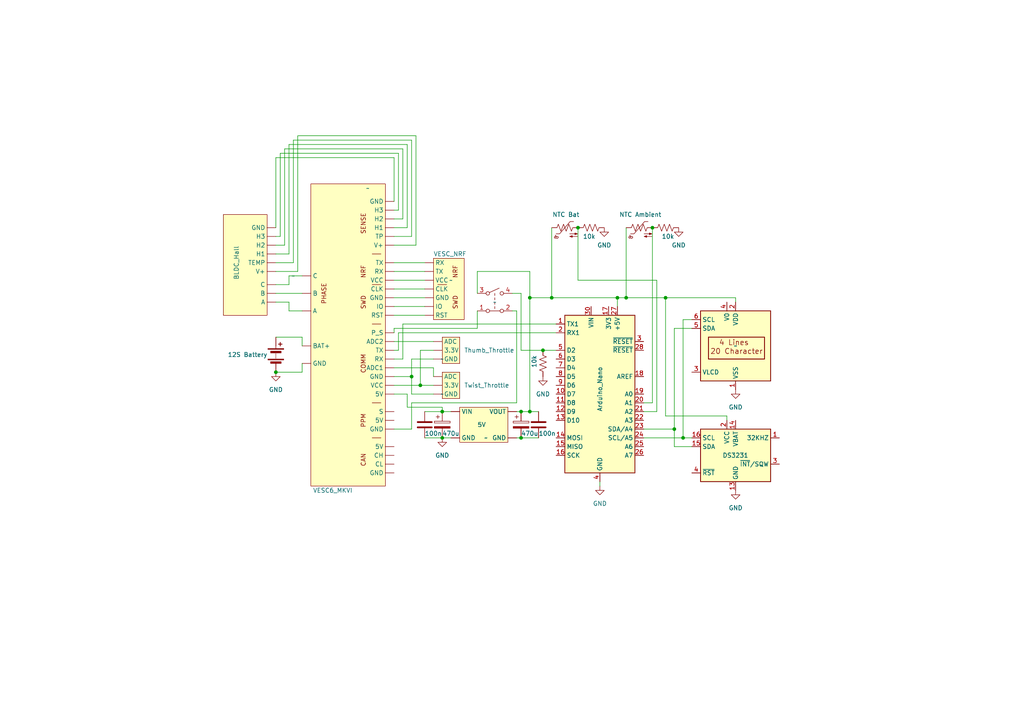
<source format=kicad_sch>
(kicad_sch (version 20230121) (generator eeschema)
  (paper "A4")
  (title_block (title "VESC Ebike Circuit") (date "2023-12-23") (rev "2.1") (comment 1 "Beta"))
  (lib_symbols
    (symbol "Device:Battery" (pin_numbers hide) (pin_names (offset 0) hide)
      (property "Reference" "BT" (at 2.54 2.54 0))
      (property "Value" "Battery" (at 2.54 0 0))
      (symbol "Battery_0_1"
        (rectangle (start -2.286 -1.27) (end 2.286 -1.524) (fill (type outline)))
        (rectangle (start -2.286 1.778) (end 2.286 1.524) (fill (type outline)))
        (rectangle (start -1.524 -2.032) (end 1.524 -2.54) (fill (type outline)))
        (rectangle (start -1.524 1.016) (end 1.524 0.508) (fill (type outline)))
        (polyline (pts (xy 0 -1.016) (xy 0 -0.762)))
        (polyline (pts (xy 0 -0.508) (xy 0 -0.254)))
        (polyline (pts (xy 0 0) (xy 0 0.254)))
        (polyline (pts (xy 0 1.778) (xy 0 2.54)))
        (polyline (pts (xy 0.762 3.048) (xy 1.778 3.048)) (stroke (width 0.254)))
        (polyline (pts (xy 1.27 3.556) (xy 1.27 2.54)) (stroke (width 0.254)))
      )
      (symbol "Battery_1_1"
        (pin passive line (at 0 5.08 270) (length 2.54) (name "+") (number "1"))
        (pin passive line (at 0 -5.08 90) (length 2.54) (name "-") (number "2"))
      )
    )
    (symbol "Device:C" (pin_numbers hide) (pin_names (offset 0.254))
      (property "Reference" "C" (at 0.635 2.54 0))
      (property "Value" "C" (at 0.635 -2.54 0))
      (symbol "C_0_1"
        (polyline (pts (xy -2.032 -0.762) (xy 2.032 -0.762)) (stroke (width 0.508)))
        (polyline (pts (xy -2.032 0.762) (xy 2.032 0.762)) (stroke (width 0.508)))
      )
      (symbol "C_1_1"
        (pin passive line (at 0 3.81 270) (length 2.794) (name "~") (number "1"))
        (pin passive line (at 0 -3.81 90) (length 2.794) (name "~") (number "2"))
      )
    )
    (symbol "Device:C_Polarized" (pin_numbers hide) (pin_names (offset 0.254))
      (property "Reference" "C" (at 0.635 2.54 0))
      (property "Value" "C_Polarized" (at 0.635 -2.54 0))
      (symbol "C_Polarized_0_1"
        (rectangle (start -2.286 0.508) (end 2.286 1.016))
        (polyline (pts (xy -1.778 2.286) (xy -0.762 2.286)))
        (polyline (pts (xy -1.27 2.794) (xy -1.27 1.778)))
        (rectangle (start 2.286 -0.508) (end -2.286 -1.016) (fill (type outline)))
      )
      (symbol "C_Polarized_1_1"
        (pin passive line (at 0 3.81 270) (length 2.794) (name "~") (number "1"))
        (pin passive line (at 0 -3.81 90) (length 2.794) (name "~") (number "2"))
      )
    )
    (symbol "Device:R_US" (pin_numbers hide) (pin_names (offset 0))
      (property "Reference" "R" (at 2.54 0 90))
      (property "Value" "R_US" (at -2.54 0 90))
      (symbol "R_US_0_1"
        (polyline (pts (xy 0 -2.286) (xy 0 -2.54)))
        (polyline (pts (xy 0 2.286) (xy 0 2.54)))
        (polyline (pts (xy 0 -0.762) (xy 1.016 -1.143) (xy 0 -1.524) (xy -1.016 -1.905) (xy 0 -2.286)))
        (polyline (pts (xy 0 0.762) (xy 1.016 0.381) (xy 0 0) (xy -1.016 -0.381) (xy 0 -0.762)))
        (polyline (pts (xy 0 2.286) (xy 1.016 1.905) (xy 0 1.524) (xy -1.016 1.143) (xy 0 0.762)))
      )
      (symbol "R_US_1_1"
        (pin passive line (at 0 3.81 270) (length 1.27) (name "~") (number "1"))
        (pin passive line (at 0 -3.81 90) (length 1.27) (name "~") (number "2"))
      )
    )
    (symbol "Device:Thermistor_NTC_US" (pin_numbers hide) (pin_names (offset 0))
      (property "Reference" "TH" (at -4.445 0 90))
      (property "Value" "Thermistor_NTC_US" (at 3.175 0 90))
      (symbol "Thermistor_NTC_US_0_1"
        (arc (start -3.048 2.159) (mid -3.0495 2.3143) (end -3.175 2.413))
        (arc (start -3.048 2.159) (mid -2.9736 1.9794) (end -2.794 1.905))
        (arc (start -3.048 2.794) (mid -2.9736 2.6144) (end -2.794 2.54))
        (arc (start -2.794 1.905) (mid -2.6144 1.9794) (end -2.54 2.159))
        (arc (start -2.794 2.54) (mid -2.4393 2.5587) (end -2.159 2.794))
        (arc (start -2.794 3.048) (mid -2.9736 2.9736) (end -3.048 2.794))
        (arc (start -2.54 2.794) (mid -2.6144 2.9736) (end -2.794 3.048))
        (polyline (pts (xy -2.54 2.159) (xy -2.54 2.794)))
        (polyline (pts (xy 0 -2.286) (xy 0 -2.54)))
        (polyline (pts (xy 0 2.286) (xy 0 2.54)))
        (polyline (pts (xy -1.778 2.54) (xy -1.778 1.524) (xy 1.778 -1.524) (xy 1.778 -2.54)))
        (polyline (pts (xy 0 -0.762) (xy 1.016 -1.143) (xy 0 -1.524) (xy -1.016 -1.905) (xy 0 -2.286)))
        (polyline (pts (xy 0 0.762) (xy 1.016 0.381) (xy 0 0) (xy -1.016 -0.381) (xy 0 -0.762)))
        (polyline (pts (xy 0 2.286) (xy 1.016 1.905) (xy 0 1.524) (xy -1.016 1.143) (xy 0 0.762)))
        (polyline (pts (xy -2.54 -3.683) (xy -2.54 -1.397) (xy -2.794 -2.159) (xy -2.286 -2.159) (xy -2.54 -1.397) (xy -2.54 -1.651)) (fill (type outline)))
        (polyline (pts (xy -1.778 -1.397) (xy -1.778 -3.683) (xy -2.032 -2.921) (xy -1.524 -2.921) (xy -1.778 -3.683) (xy -1.778 -3.429)) (fill (type outline)))
      )
      (symbol "Thermistor_NTC_US_1_1"
        (pin passive line (at 0 3.81 270) (length 1.27) (name "~") (number "1"))
        (pin passive line (at 0 -3.81 90) (length 1.27) (name "~") (number "2"))
      )
    )
    (symbol "MCU_Module:Arduino_Nano_Every"
      (property "Reference" "A" (at -10.16 23.495 0))
      (property "Value" "Arduino_Nano_Every" (at 5.08 -24.13 0))
      (symbol "Arduino_Nano_Every_0_1"
        (rectangle (start -10.16 22.86) (end 10.16 -22.86) (stroke (width 0.254)) (fill (type background)))
      )
      (symbol "Arduino_Nano_Every_1_1"
        (pin bidirectional line (at -12.7 20.32 0) (length 2.54) (name "TX1") (number "1"))
        (pin bidirectional line (at -12.7 0 0) (length 2.54) (name "D7") (number "10"))
        (pin bidirectional line (at -12.7 -2.54 0) (length 2.54) (name "D8") (number "11"))
        (pin bidirectional line (at -12.7 -5.08 0) (length 2.54) (name "D9") (number "12"))
        (pin bidirectional line (at -12.7 -7.62 0) (length 2.54) (name "D10") (number "13"))
        (pin bidirectional line (at -12.7 -12.7 0) (length 2.54) (name "MOSI") (number "14"))
        (pin bidirectional line (at -12.7 -15.24 0) (length 2.54) (name "MISO") (number "15"))
        (pin bidirectional line (at -12.7 -17.78 0) (length 2.54) (name "SCK") (number "16"))
        (pin power_out line (at 2.54 25.4 270) (length 2.54) (name "3V3") (number "17"))
        (pin input line (at 12.7 5.08 180) (length 2.54) (name "AREF") (number "18"))
        (pin bidirectional line (at 12.7 0 180) (length 2.54) (name "A0") (number "19"))
        (pin bidirectional line (at -12.7 17.78 0) (length 2.54) (name "RX1") (number "2"))
        (pin bidirectional line (at 12.7 -2.54 180) (length 2.54) (name "A1") (number "20"))
        (pin bidirectional line (at 12.7 -5.08 180) (length 2.54) (name "A2") (number "21"))
        (pin bidirectional line (at 12.7 -7.62 180) (length 2.54) (name "A3") (number "22"))
        (pin bidirectional line (at 12.7 -10.16 180) (length 2.54) (name "SDA/A4") (number "23"))
        (pin bidirectional line (at 12.7 -12.7 180) (length 2.54) (name "SCL/A5") (number "24"))
        (pin bidirectional line (at 12.7 -15.24 180) (length 2.54) (name "A6") (number "25"))
        (pin bidirectional line (at 12.7 -17.78 180) (length 2.54) (name "A7") (number "26"))
        (pin power_out line (at 5.08 25.4 270) (length 2.54) (name "+5V") (number "27"))
        (pin input line (at 12.7 12.7 180) (length 2.54) (name "~{RESET}") (number "28"))
        (pin passive line (at 0 -25.4 90) (length 2.54) hide (name "GND") (number "29"))
        (pin input line (at 12.7 15.24 180) (length 2.54) (name "~{RESET}") (number "3"))
        (pin power_in line (at -2.54 25.4 270) (length 2.54) (name "VIN") (number "30"))
        (pin power_in line (at 0 -25.4 90) (length 2.54) (name "GND") (number "4"))
        (pin bidirectional line (at -12.7 12.7 0) (length 2.54) (name "D2") (number "5"))
        (pin bidirectional line (at -12.7 10.16 0) (length 2.54) (name "D3") (number "6"))
        (pin bidirectional line (at -12.7 7.62 0) (length 2.54) (name "D4") (number "7"))
        (pin bidirectional line (at -12.7 5.08 0) (length 2.54) (name "D5") (number "8"))
        (pin bidirectional line (at -12.7 2.54 0) (length 2.54) (name "D6") (number "9"))
      )
    )
    (symbol "MyLibrary:ADC_Throttle"
      (property "Reference" "ADC_Throttle" (at 6.35 5.08 0))
      (symbol "ADC_Throttle_1_1"
        (polyline (pts (xy 0 -3.81) (xy 0 3.81) (xy 5.08 3.81) (xy 5.08 -3.81) (xy 0 -3.81)) (fill (type background)))
        (pin output line (at -2.54 0 0) (length 2.54) (name "3.3V") (number ""))
        (pin output line (at -2.54 2.54 0) (length 2.54) (name "ADC") (number ""))
        (pin output line (at -2.54 -2.54 0) (length 2.54) (name "GND") (number ""))
      )
    )
    (symbol "MyLibrary:BLDC_Hall"
      (property "Reference" "BLDC_Hall" (at -5.08 0 90))
      (symbol "BLDC_Hall_1_1"
        (polyline (pts (xy 3.81 -15.24) (xy 3.81 13.97) (xy -8.89 13.97) (xy -8.89 -15.24) (xy 3.81 -15.24)) (fill (type background)))
        (pin input line (at 6.35 -11.43 180) (length 2.54) (name "A") (number ""))
        (pin input line (at 6.35 -8.89 180) (length 2.54) (name "B") (number ""))
        (pin input line (at 6.35 -6.35 180) (length 2.54) (name "C") (number ""))
        (pin output line (at 6.35 10.16 180) (length 2.54) (name "GND") (number ""))
        (pin input line (at 6.35 2.54 180) (length 2.54) (name "H1") (number ""))
        (pin input line (at 6.35 5.08 180) (length 2.54) (name "H2") (number ""))
        (pin input line (at 6.35 7.62 180) (length 2.54) (name "H3") (number ""))
        (pin input line (at 6.35 0 180) (length 2.54) (name "TEMP") (number ""))
        (pin output line (at 6.35 -2.54 180) (length 2.54) (name "V+") (number ""))
      )
    )
    (symbol "MyLibrary:Buck_Boost"
      (property "Reference" "DC_DC" (at 0 0 0))
      (symbol "Buck_Boost_1_1"
        (polyline (pts (xy 7.62 -5.08) (xy 7.62 5.08) (xy -6.35 5.08) (xy -6.35 -5.08) (xy 7.62 -5.08)) (fill (type background)))
        (pin input line (at -8.89 -3.81 0) (length 2.54) (name "GND") (number ""))
        (pin input line (at 10.16 -3.81 180) (length 2.54) (name "GND") (number ""))
        (pin input line (at -8.89 3.81 0) (length 2.54) (name "VIN") (number ""))
        (pin input line (at 10.16 3.81 180) (length 2.54) (name "VOUT") (number ""))
      )
    )
    (symbol "MyLibrary:I2C_4x20"
      (symbol "I2C_4x20_0_0"
        (rectangle (start -7.874 2.54) (end 8.382 -3.81) (stroke (width 0.254)))
      )
      (symbol "I2C_4x20_0_1"
        (rectangle (start -10.16 10.16) (end 10.16 -10.16) (stroke (width 0.254)) (fill (type background)))
      )
      (symbol "I2C_4x20_1_0"
        (text "20 Character" (at -7.366 -1.524 0) (effects (font (size 1.524 1.524)) (justify left)))
        (text "4 Lines" (at -4.826 1.016 0) (effects (font (size 1.524 1.524)) (justify left)))
      )
      (symbol "I2C_4x20_1_1"
        (pin power_in line (at 0 -12.7 90) (length 2.54) (name "VSS") (number "1"))
        (pin power_in line (at 0 12.7 270) (length 2.54) (name "VDD") (number "2"))
        (pin input line (at -12.7 -7.62 0) (length 2.54) (name "VLCD") (number "3"))
        (pin power_in line (at -2.54 12.7 270) (length 2.54) (name "V0") (number "4"))
        (pin bidirectional line (at -12.7 5.08 0) (length 2.54) (name "SDA") (number "5"))
        (pin input line (at -12.7 7.62 0) (length 2.54) (name "SCL") (number "6"))
      )
    )
    (symbol "MyLibrary:Switch_NC_NO"
      (symbol "Switch_NC_NO_0_0"
        (circle (center -2.032 -2.54) (radius 0.508))
        (circle (center -2.032 2.54) (radius 0.508))
        (polyline (pts (xy -1.524 2.794) (xy 1.27 4.064)))
        (polyline (pts (xy 0 -1.905) (xy 0 -1.27)))
        (polyline (pts (xy 0 -0.635) (xy 0 0)))
        (polyline (pts (xy 0 0.635) (xy 0 1.27)))
        (polyline (pts (xy 0 1.905) (xy 0 2.54)))
        (circle (center 2.032 -2.54) (radius 0.508))
        (circle (center 2.032 2.54) (radius 0.508))
      )
      (symbol "Switch_NC_NO_0_1"
        (polyline (pts (xy -1.4732 -2.54) (xy 1.4732 -2.54)))
      )
      (symbol "Switch_NC_NO_1_1"
        (pin passive line (at -5.08 -2.54 0) (length 2.54) (name "") (number "1"))
        (pin passive line (at 5.08 -2.54 180) (length 2.54) (name "") (number "2"))
        (pin passive line (at -5.08 2.54 0) (length 2.54) (name "") (number "3"))
        (pin passive line (at 5.08 2.54 180) (length 2.54) (name "") (number "4"))
      )
    )
    (symbol "MyLibrary:VESC6_HP_MKVI"
      (property "Reference" "VESC6_MKVI" (at 0 44.45 0))
      (symbol "VESC6_HP_MKVI_0_1"
        (polyline (pts (xy 6.35 -31.75) (xy 8.89 -31.75)))
        (polyline (pts (xy 6.35 -21.59) (xy 8.89 -21.59)))
        (polyline (pts (xy 6.35 1.27) (xy 8.89 1.27)))
        (polyline (pts (xy 6.35 12.7) (xy 8.89 12.7)))
        (polyline (pts (xy 6.35 21.59) (xy 8.89 21.59)))
      )
      (symbol "VESC6_HP_MKVI_1_1"
        (polyline (pts (xy 10.16 -45.72) (xy 10.16 41.91) (xy -11.43 41.91) (xy -11.43 -45.72) (xy 10.16 -45.72)) (fill (type background)))
        (text "CAN" (at 3.81 -38.1 900) (effects (font (size 1.27 1.27))))
        (text "COMM" (at 3.81 -10.16 900) (effects (font (size 1.27 1.27))))
        (text "NRF" (at 3.81 16.51 900) (effects (font (size 1.27 1.27))))
        (text "PHASE\n" (at -7.62 10.16 900) (effects (font (size 1.27 1.27))))
        (text "PPM" (at 3.81 -26.67 900) (effects (font (size 1.27 1.27))))
        (text "SENSE" (at 3.81 30.48 900) (effects (font (size 1.27 1.27))))
        (text "SWD" (at 3.81 7.62 900) (effects (font (size 1.27 1.27))))
        (pin output line (at 12.7 -34.29 180) (length 2.54) (name "5V") (number ""))
        (pin output line (at 12.7 -26.67 180) (length 2.54) (name "5V") (number ""))
        (pin output line (at 12.7 -19.05 180) (length 2.54) (name "5V") (number ""))
        (pin output line (at -13.97 5.08 0) (length 2.54) (name "A") (number ""))
        (pin input line (at 12.7 -11.43 180) (length 2.54) (name "ADC1") (number ""))
        (pin input line (at 12.7 -3.81 180) (length 2.54) (name "ADC2") (number ""))
        (pin output line (at -13.97 10.16 0) (length 2.54) (name "B") (number ""))
        (pin input line (at -13.97 -5.08 0) (length 2.54) (name "BAT+") (number ""))
        (pin output line (at -13.97 15.24 0) (length 2.54) (name "C") (number ""))
        (pin output line (at 12.7 -36.83 180) (length 2.54) (name "CH") (number ""))
        (pin output line (at 12.7 -39.37 180) (length 2.54) (name "CL") (number ""))
        (pin input line (at 12.7 11.43 180) (length 2.54) (name "CLK") (number ""))
        (pin input line (at -13.97 -10.16 0) (length 2.54) (name "GND") (number ""))
        (pin output line (at 12.7 -41.91 180) (length 2.54) (name "GND") (number ""))
        (pin output line (at 12.7 -29.21 180) (length 2.54) (name "GND") (number ""))
        (pin output line (at 12.7 -13.97 180) (length 2.54) (name "GND") (number ""))
        (pin input line (at 12.7 8.89 180) (length 2.54) (name "GND") (number ""))
        (pin output line (at 12.7 36.83 180) (length 2.54) (name "GND") (number ""))
        (pin input line (at 12.7 29.21 180) (length 2.54) (name "H1") (number ""))
        (pin input line (at 12.7 31.75 180) (length 2.54) (name "H2") (number ""))
        (pin input line (at 12.7 34.29 180) (length 2.54) (name "H3") (number ""))
        (pin input line (at 12.7 6.35 180) (length 2.54) (name "IO") (number ""))
        (pin input line (at 12.7 -1.27 180) (length 2.54) (name "P_S") (number ""))
        (pin output line (at 12.7 3.81 180) (length 2.54) (name "RST") (number ""))
        (pin input line (at 12.7 -8.89 180) (length 2.54) (name "RX") (number ""))
        (pin input line (at 12.7 16.51 180) (length 2.54) (name "RX") (number ""))
        (pin output line (at 12.7 -24.13 180) (length 2.54) (name "S") (number ""))
        (pin input line (at 12.7 26.67 180) (length 2.54) (name "TP") (number ""))
        (pin output line (at 12.7 -6.35 180) (length 2.54) (name "TX") (number ""))
        (pin output line (at 12.7 19.05 180) (length 2.54) (name "TX") (number ""))
        (pin output line (at 12.7 24.13 180) (length 2.54) (name "V+") (number ""))
        (pin output line (at 12.7 -16.51 180) (length 2.54) (name "VCC") (number ""))
        (pin input line (at 12.7 13.97 180) (length 2.54) (name "VCC") (number ""))
      )
    )
    (symbol "MyLibrary:VESC_NRF"
      (property "Reference" "VESC_NRF" (at 1.27 -12.7 0))
      (symbol "VESC_NRF_0_1"
        (polyline (pts (xy 0 0) (xy -2.54 0)))
      )
      (symbol "VESC_NRF_1_1"
        (polyline (pts (xy -3.81 7.62) (xy -3.81 -10.16) (xy 5.08 -10.16) (xy 5.08 7.62) (xy -3.81 7.62)) (fill (type background)))
        (text "NRF" (at 2.54 3.81 900) (effects (font (size 1.27 1.27))))
        (text "SWD" (at 2.54 -5.08 900) (effects (font (size 1.27 1.27))))
        (pin input line (at -6.35 -1.27 0) (length 2.54) (name "CLK") (number ""))
        (pin input line (at -6.35 -3.81 0) (length 2.54) (name "GND") (number ""))
        (pin input line (at -6.35 -6.35 0) (length 2.54) (name "IO") (number ""))
        (pin output line (at -6.35 -8.89 0) (length 2.54) (name "RST") (number ""))
        (pin input line (at -6.35 6.35 0) (length 2.54) (name "RX") (number ""))
        (pin output line (at -6.35 3.81 0) (length 2.54) (name "TX") (number ""))
        (pin input line (at -6.35 1.27 0) (length 2.54) (name "VCC") (number ""))
      )
    )
    (symbol "Timer_RTC:DS3231M"
      (property "Reference" "U" (at -7.62 8.89 0))
      (property "Value" "DS3231M" (at 10.16 8.89 0))
      (symbol "DS3231M_0_1"
        (rectangle (start -10.16 7.62) (end 10.16 -7.62) (stroke (width 0.254)) (fill (type background)))
      )
      (symbol "DS3231M_1_1"
        (pin open_collector line (at 12.7 5.08 180) (length 2.54) (name "32KHZ") (number "1"))
        (pin passive line (at 0 -10.16 90) (length 2.54) hide (name "GND") (number "10"))
        (pin passive line (at 0 -10.16 90) (length 2.54) hide (name "GND") (number "11"))
        (pin passive line (at 0 -10.16 90) (length 2.54) hide (name "GND") (number "12"))
        (pin power_in line (at 0 -10.16 90) (length 2.54) (name "GND") (number "13"))
        (pin power_in line (at 0 10.16 270) (length 2.54) (name "VBAT") (number "14"))
        (pin bidirectional line (at -12.7 2.54 0) (length 2.54) (name "SDA") (number "15"))
        (pin input line (at -12.7 5.08 0) (length 2.54) (name "SCL") (number "16"))
        (pin power_in line (at -2.54 10.16 270) (length 2.54) (name "VCC") (number "2"))
        (pin open_collector line (at 12.7 -2.54 180) (length 2.54) (name "~{INT}/SQW") (number "3"))
        (pin bidirectional line (at -12.7 -5.08 0) (length 2.54) (name "~{RST}") (number "4"))
        (pin passive line (at 0 -10.16 90) (length 2.54) hide (name "GND") (number "5"))
        (pin passive line (at 0 -10.16 90) (length 2.54) hide (name "GND") (number "6"))
        (pin passive line (at 0 -10.16 90) (length 2.54) hide (name "GND") (number "7"))
        (pin passive line (at 0 -10.16 90) (length 2.54) hide (name "GND") (number "8"))
        (pin passive line (at 0 -10.16 90) (length 2.54) hide (name "GND") (number "9"))
      )
    )
    (symbol "power:GND" (power) (pin_names (offset 0))
      (property "Value" "GND" (at 0 -3.81 0))
      (symbol "GND_0_1"
        (polyline (pts (xy 0 0) (xy 0 -1.27) (xy 1.27 -1.27) (xy 0 -2.54) (xy -1.27 -1.27) (xy 0 -1.27)))
      )
      (symbol "GND_1_1"
        (pin power_in line (at 0 0 270) (length 0) hide (name "GND") (number "1"))
      )
    )
  )
  (junction (at 193.04 86.36))
  (junction (at 153.67 119.38))
  (junction (at 151.13 119.38))
  (junction (at 167.64 66.04))
  (junction (at 153.67 86.36))
  (junction (at 198.12 127))
  (junction (at 157.48 101.6))
  (junction (at 128.27 127))
  (junction (at 151.13 127))
  (junction (at 189.23 66.04))
  (junction (at 181.61 86.36))
  (junction (at 179.07 86.36))
  (junction (at 195.58 124.46))
  (junction (at 128.27 119.38))
  (junction (at 80.01 107.95))
  (junction (at 119.38 109.22))
  (junction (at 160.02 86.36))
  (junction (at 121.92 111.76))
  (wire (pts (xy 80.01 71.12) (xy 82.55 71.12)))
  (wire (pts (xy 114.3 78.74) (xy 123.19 78.74)))
  (wire (pts (xy 181.61 86.36) (xy 193.04 86.36)))
  (wire (pts (xy 186.69 124.46) (xy 195.58 124.46)))
  (wire (pts (xy 167.64 81.28) (xy 190.5 81.28)))
  (wire (pts (xy 114.3 86.36) (xy 123.19 86.36)))
  (wire (pts (xy 83.82 73.66) (xy 83.82 41.91)))
  (wire (pts (xy 179.07 86.36) (xy 179.07 88.9)))
  (wire (pts (xy 181.61 86.36) (xy 179.07 86.36)))
  (wire (pts (xy 195.58 124.46) (xy 195.58 95.25)))
  (wire (pts (xy 119.38 109.22) (xy 119.38 104.14)))
  (wire (pts (xy 116.84 93.98) (xy 116.84 104.14)))
  (wire (pts (xy 85.09 40.64) (xy 119.38 40.64)))
  (wire (pts (xy 114.3 109.22) (xy 119.38 109.22)))
  (wire (pts (xy 181.61 66.04) (xy 181.61 86.36)))
  (wire (pts (xy 193.04 86.36) (xy 213.36 86.36)))
  (wire (pts (xy 87.63 97.79) (xy 80.01 97.79)))
  (wire (pts (xy 115.57 60.96) (xy 114.3 60.96)))
  (wire (pts (xy 118.11 66.04) (xy 114.3 66.04)))
  (wire (pts (xy 86.36 78.74) (xy 86.36 39.37)))
  (wire (pts (xy 114.3 45.72) (xy 114.3 58.42)))
  (wire (pts (xy 114.3 76.2) (xy 123.19 76.2)))
  (wire (pts (xy 116.84 104.14) (xy 114.3 104.14)))
  (wire (pts (xy 81.28 68.58) (xy 81.28 44.45)))
  (wire (pts (xy 190.5 81.28) (xy 190.5 119.38)))
  (wire (pts (xy 116.84 63.5) (xy 114.3 63.5)))
  (wire (pts (xy 82.55 71.12) (xy 82.55 43.18)))
  (wire (pts (xy 160.02 86.36) (xy 179.07 86.36)))
  (wire (pts (xy 87.63 80.01) (xy 83.82 80.01)))
  (wire (pts (xy 119.38 116.84) (xy 149.86 116.84)))
  (wire (pts (xy 128.27 127) (xy 130.81 127)))
  (wire (pts (xy 115.57 101.6) (xy 114.3 101.6)))
  (wire (pts (xy 121.92 101.6) (xy 125.73 101.6)))
  (wire (pts (xy 153.67 78.74) (xy 138.43 78.74)))
  (wire (pts (xy 80.01 87.63) (xy 83.82 87.63)))
  (wire (pts (xy 114.3 91.44) (xy 123.19 91.44)))
  (wire (pts (xy 138.43 95.25) (xy 138.43 90.17)))
  (wire (pts (xy 173.99 139.7) (xy 173.99 140.97)))
  (wire (pts (xy 83.82 41.91) (xy 118.11 41.91)))
  (wire (pts (xy 189.23 66.04) (xy 189.23 116.84)))
  (wire (pts (xy 198.12 127) (xy 198.12 92.71)))
  (wire (pts (xy 80.01 66.04) (xy 80.01 45.72)))
  (wire (pts (xy 198.12 127) (xy 186.69 127)))
  (wire (pts (xy 149.86 119.38) (xy 151.13 119.38)))
  (wire (pts (xy 115.57 44.45) (xy 115.57 60.96)))
  (wire (pts (xy 114.3 96.52) (xy 114.3 95.25)))
  (wire (pts (xy 86.36 39.37) (xy 120.65 39.37)))
  (wire (pts (xy 87.63 107.95) (xy 87.63 105.41)))
  (wire (pts (xy 213.36 86.36) (xy 213.36 87.63)))
  (wire (pts (xy 195.58 95.25) (xy 200.66 95.25)))
  (wire (pts (xy 116.84 43.18) (xy 116.84 63.5)))
  (wire (pts (xy 115.57 96.52) (xy 161.29 96.52)))
  (wire (pts (xy 161.29 93.98) (xy 116.84 93.98)))
  (wire (pts (xy 195.58 129.54) (xy 195.58 124.46)))
  (wire (pts (xy 114.3 81.28) (xy 123.19 81.28)))
  (wire (pts (xy 138.43 78.74) (xy 138.43 85.09)))
  (wire (pts (xy 193.04 120.65) (xy 193.04 86.36)))
  (wire (pts (xy 80.01 76.2) (xy 85.09 76.2)))
  (wire (pts (xy 80.01 73.66) (xy 83.82 73.66)))
  (wire (pts (xy 123.19 127) (xy 128.27 127)))
  (wire (pts (xy 210.82 120.65) (xy 193.04 120.65)))
  (wire (pts (xy 148.59 85.09) (xy 151.13 85.09)))
  (wire (pts (xy 83.82 90.17) (xy 87.63 90.17)))
  (wire (pts (xy 119.38 104.14) (xy 125.73 104.14)))
  (wire (pts (xy 80.01 68.58) (xy 81.28 68.58)))
  (wire (pts (xy 114.3 111.76) (xy 121.92 111.76)))
  (wire (pts (xy 160.02 66.04) (xy 160.02 86.36)))
  (wire (pts (xy 167.64 81.28) (xy 167.64 66.04)))
  (wire (pts (xy 189.23 116.84) (xy 186.69 116.84)))
  (wire (pts (xy 80.01 78.74) (xy 86.36 78.74)))
  (wire (pts (xy 118.11 114.3) (xy 114.3 114.3)))
  (wire (pts (xy 151.13 119.38) (xy 153.67 119.38)))
  (wire (pts (xy 114.3 95.25) (xy 138.43 95.25)))
  (wire (pts (xy 151.13 101.6) (xy 157.48 101.6)))
  (wire (pts (xy 125.73 109.22) (xy 125.73 106.68)))
  (wire (pts (xy 119.38 40.64) (xy 119.38 68.58)))
  (wire (pts (xy 149.86 90.17) (xy 148.59 90.17)))
  (wire (pts (xy 210.82 121.92) (xy 210.82 120.65)))
  (wire (pts (xy 128.27 118.11) (xy 128.27 119.38)))
  (wire (pts (xy 125.73 114.3) (xy 119.38 114.3)))
  (wire (pts (xy 114.3 83.82) (xy 123.19 83.82)))
  (wire (pts (xy 114.3 99.06) (xy 125.73 99.06)))
  (wire (pts (xy 149.86 127) (xy 151.13 127)))
  (wire (pts (xy 200.66 129.54) (xy 195.58 129.54)))
  (wire (pts (xy 87.63 100.33) (xy 87.63 97.79)))
  (wire (pts (xy 80.01 85.09) (xy 87.63 85.09)))
  (wire (pts (xy 85.09 76.2) (xy 85.09 40.64)))
  (wire (pts (xy 151.13 127) (xy 156.21 127)))
  (wire (pts (xy 151.13 85.09) (xy 151.13 101.6)))
  (wire (pts (xy 153.67 86.36) (xy 153.67 78.74)))
  (wire (pts (xy 153.67 86.36) (xy 160.02 86.36)))
  (wire (pts (xy 119.38 68.58) (xy 114.3 68.58)))
  (wire (pts (xy 118.11 118.11) (xy 128.27 118.11)))
  (wire (pts (xy 149.86 116.84) (xy 149.86 90.17)))
  (wire (pts (xy 81.28 44.45) (xy 115.57 44.45)))
  (wire (pts (xy 153.67 119.38) (xy 156.21 119.38)))
  (wire (pts (xy 80.01 45.72) (xy 114.3 45.72)))
  (wire (pts (xy 83.82 82.55) (xy 80.01 82.55)))
  (wire (pts (xy 128.27 119.38) (xy 130.81 119.38)))
  (wire (pts (xy 125.73 106.68) (xy 114.3 106.68)))
  (wire (pts (xy 114.3 71.12) (xy 120.65 71.12)))
  (wire (pts (xy 121.92 111.76) (xy 121.92 101.6)))
  (wire (pts (xy 119.38 124.46) (xy 119.38 116.84)))
  (wire (pts (xy 153.67 86.36) (xy 153.67 119.38)))
  (wire (pts (xy 114.3 124.46) (xy 119.38 124.46)))
  (wire (pts (xy 119.38 114.3) (xy 119.38 109.22)))
  (wire (pts (xy 115.57 96.52) (xy 115.57 101.6)))
  (wire (pts (xy 82.55 43.18) (xy 116.84 43.18)))
  (wire (pts (xy 118.11 41.91) (xy 118.11 66.04)))
  (wire (pts (xy 121.92 111.76) (xy 125.73 111.76)))
  (wire (pts (xy 157.48 101.6) (xy 161.29 101.6)))
  (wire (pts (xy 83.82 87.63) (xy 83.82 90.17)))
  (wire (pts (xy 83.82 80.01) (xy 83.82 82.55)))
  (wire (pts (xy 114.3 88.9) (xy 123.19 88.9)))
  (wire (pts (xy 190.5 119.38) (xy 186.69 119.38)))
  (wire (pts (xy 118.11 114.3) (xy 118.11 118.11)))
  (wire (pts (xy 120.65 39.37) (xy 120.65 71.12)))
  (wire (pts (xy 123.19 119.38) (xy 128.27 119.38)))
  (wire (pts (xy 80.01 107.95) (xy 87.63 107.95)))
  (wire (pts (xy 198.12 92.71) (xy 200.66 92.71)))
  (wire (pts (xy 198.12 127) (xy 200.66 127)))
  (symbol (lib_id "Timer_RTC:DS3231M") (at 213.36 132.08 0) (unit 1)
    (property "Reference" "U1" (effects hide))
    (property "Value" "DS3231" (at 209.55 132.08 0) (effects (justify left)))
    (property "Footprint" "Package_SO:SOIC-16W_7.5x10.3mm_P1.27mm" (effects hide))
    (property "Datasheet" "http://datasheets.maximintegrated.com/en/ds/DS3231.pdf" (effects hide))
  )
  (symbol (lib_id "Device:Thermistor_NTC_US") (at 163.83 66.04 90) (unit 1)
    (property "Reference" "TH2" (effects hide))
    (property "Value" "NTC Bat" (at 164.1475 62.23 90))
  )
  (symbol (lib_id "power:GND") (at 196.85 66.04 0) (unit 1)
    (property "Reference" "#PWR07" (effects hide))
    (property "Value" "GND" (at 196.85 71.12 0))
  )
  (symbol (lib_id "power:GND") (at 173.99 140.97 0) (unit 1)
    (property "Reference" "#PWR04" (effects hide))
    (property "Value" "GND" (at 173.99 146.05 0))
  )
  (symbol (lib_id "power:GND") (at 213.36 142.24 0) (unit 1)
    (property "Reference" "#PWR01" (effects hide))
    (property "Value" "GND" (at 213.36 147.32 0))
  )
  (symbol (lib_id "MyLibrary:VESC6_HP_MKVI") (at 101.6 95.25 0) (unit 1)
    (property "Reference" "VESC6_MKVI" (at 96.52 142.24 0))
    (property "Value" "~" (at 106.68 54.61 0))
  )
  (symbol (lib_id "MyLibrary:Buck_Boost") (at 139.7 123.19 0) (unit 1)
    (property "Reference" "5V" (at 139.7 123.19 0))
    (property "Value" "~" (at 140.97 127 0))
  )
  (symbol (lib_id "power:GND") (at 157.48 109.22 0) (unit 1)
    (property "Reference" "#PWR06" (effects hide))
    (property "Value" "GND" (at 157.48 114.3 0))
  )
  (symbol (lib_id "MyLibrary:I2C_4x20") (at 213.36 100.33 0) (unit 1)
    (property "Reference" "U2" (effects hide))
    (property "Value" "~" (at 213.36 100.33 0))
  )
  (symbol (lib_id "Device:C_Polarized") (at 128.27 123.19 0) (unit 1)
    (property "Reference" "C1" (effects hide))
    (property "Value" "470u" (at 128.27 125.73 0) (effects (justify left)))
  )
  (symbol (lib_id "MyLibrary:ADC_Throttle") (at 128.27 111.76 0) (unit 1)
    (property "Reference" "Twist_Throttle" (at 134.62 111.76 0) (effects (justify left)))
    (property "Value" "~" (at 128.27 114.3 0))
  )
  (symbol (lib_id "Device:R_US") (at 171.45 66.04 90) (unit 1)
    (property "Reference" "R2" (effects hide))
    (property "Value" "10k" (at 172.72 68.58 90) (effects (justify left)))
  )
  (symbol (lib_id "power:GND") (at 213.36 113.03 0) (unit 1)
    (property "Reference" "#PWR02" (effects hide))
    (property "Value" "GND" (at 213.36 118.11 0))
  )
  (symbol (lib_id "Device:Thermistor_NTC_US") (at 185.42 66.04 90) (unit 1)
    (property "Reference" "TH1" (effects hide))
    (property "Value" "NTC Ambient" (at 185.7375 62.23 90))
  )
  (symbol (lib_id "power:GND") (at 128.27 127 0) (unit 1)
    (property "Reference" "#PWR05" (effects hide))
    (property "Value" "GND" (at 128.27 132.08 0))
  )
  (symbol (lib_id "MyLibrary:BLDC_Hall") (at 73.66 76.2 0) (unit 1)
    (property "Reference" "BLDC_Hall" (at 68.58 76.2 90))
    (property "Value" "~" (at 85.09 80.01 0))
  )
  (symbol (lib_id "MyLibrary:ADC_Throttle") (at 128.27 101.6 0) (unit 1)
    (property "Reference" "Thumb_Throttle" (at 134.62 101.6 0) (effects (justify left)))
    (property "Value" "~" (at 128.27 104.14 0))
  )
  (symbol (lib_id "MyLibrary:VESC_NRF") (at 129.54 82.55 0) (unit 1)
    (property "Reference" "VESC_NRF" (at 125.73 73.66 0) (effects (justify left)))
    (property "Value" "~" (at 130.81 81.28 0))
  )
  (symbol (lib_id "power:GND") (at 80.01 107.95 0) (unit 1)
    (property "Reference" "#PWR03" (effects hide))
    (property "Value" "GND" (at 80.01 113.03 0))
  )
  (symbol (lib_id "Device:C") (at 123.19 123.19 0) (unit 1)
    (property "Reference" "C3" (effects hide))
    (property "Value" "100n" (at 123.19 125.73 0) (effects (justify left)))
  )
  (symbol (lib_id "Device:C_Polarized") (at 151.13 123.19 0) (unit 1)
    (property "Reference" "C2" (effects hide))
    (property "Value" "470u" (at 151.13 125.73 0) (effects (justify left)))
  )
  (symbol (lib_id "Device:R_US") (at 157.48 105.41 0) (unit 1)
    (property "Reference" "R1" (effects hide))
    (property "Value" "10k" (at 154.94 106.68 90) (effects (justify left)))
  )
  (symbol (lib_id "MCU_Module:Arduino_Nano_Every") (at 173.99 114.3 0) (unit 1)
    (property "Reference" "A1" (effects hide))
    (property "Value" "Arduino_Nano" (at 173.99 119.38 90) (effects (justify left)))
    (property "Footprint" "Module:Arduino_Nano" (effects hide))
    (property "Datasheet" "https://content.arduino.cc/assets/NANOEveryV3.0_sch.pdf" (effects hide))
  )
  (symbol (lib_id "Device:C") (at 156.21 123.19 0) (unit 1)
    (property "Reference" "C4" (effects hide))
    (property "Value" "100n" (at 156.21 125.73 0) (effects (justify left)))
  )
  (symbol (lib_id "Device:R_US") (at 193.04 66.04 90) (unit 1)
    (property "Reference" "R3" (effects hide))
    (property "Value" "10k" (at 195.58 68.58 90) (effects (justify left)))
  )
  (symbol (lib_id "power:GND") (at 175.26 66.04 0) (unit 1)
    (property "Reference" "#PWR08" (effects hide))
    (property "Value" "GND" (at 175.26 71.12 0))
  )
  (symbol (lib_id "Device:Battery") (at 80.01 102.87 0) (unit 1)
    (property "Reference" "BT1" (effects hide))
    (property "Value" "12S Battery" (at 66.04 102.87 0) (effects (justify left)))
  )
  (symbol (lib_id "MyLibrary:Switch_NC_NO") (at 143.51 87.63 0) (unit 1)
    (property "Reference" "U3" (effects hide))
    (property "Value" "~" (at 143.51 87.63 0))
  )
)
</source>
